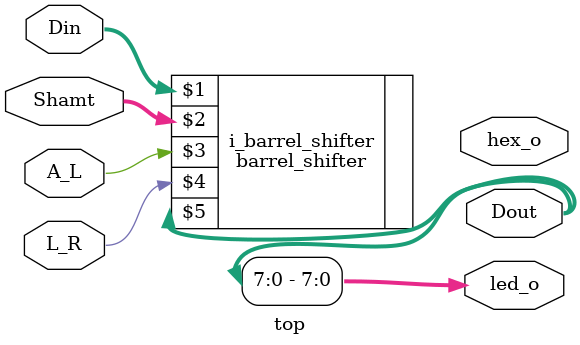
<source format=v>
`timescale 1ps/1ps

module top(
   input      [7:0]        Din,
   input      [2:0]        Shamt,
   input                   A_L    ,//0算术移位,1逻辑意味
   input                   L_R    ,//0左移,1右移
   output     [7:0]        Dout   ,
   output     [15:0]       led_o,
   output     [15:0]       hex_o  //输出指示数码管
);

   //design module instance 
   barrel_shifter i_barrel_shifter
   (
     Din    ,
     Shamt  ,
     A_L    ,//0算术移位,1逻辑意味
     L_R    ,//0左移,1右移
     Dout   
   );
   //board debug interface
   assign led_o[7:0]=Dout;
   // bcd8seg ia( .b(a), .h(hex_o[15:8]) );//output a to hex0
   // bcd8seg ib( .b(b), .h(hex_o[7:0]) );//output b to hex0
   // assign led_o[3:0] = s;
   // assign led_o[15:13]={carry,zero,overflow};


endmodule






   // initial for(integer i=0;i<8;i++) $display("top:%d %d %d ",a,b,s);

   // alu_tb#(4) i_tb
   // (
   // .b_o       (b) ,
   // .a_o       (a) ,
   // .sel_o     (sel) ,
   // .carry   (carry),//进位
   // .zero    (zero),//结果是否为0
   // .overflow(overflow),//溢出
   // .s       (s) //输出指示数码管
   // );
</source>
